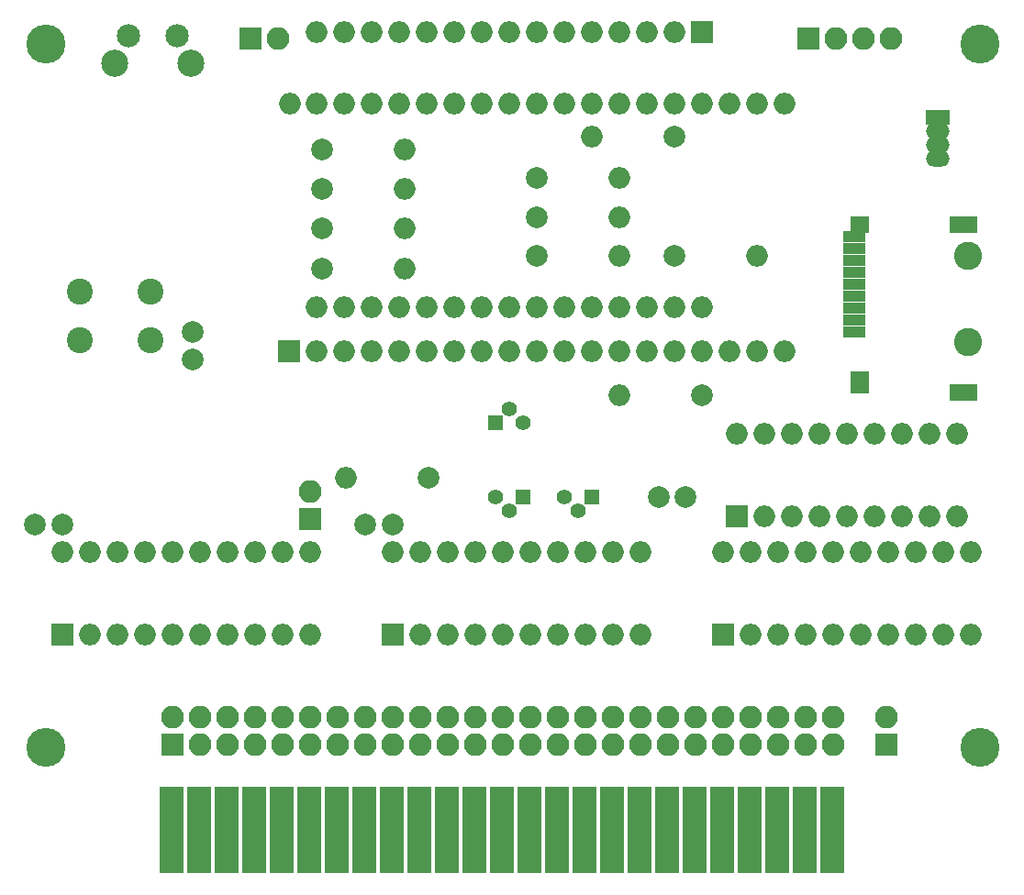
<source format=gbr>
G04 #@! TF.GenerationSoftware,KiCad,Pcbnew,(5.1.5)-3*
G04 #@! TF.CreationDate,2021-08-30T09:07:39+12:00*
G04 #@! TF.ProjectId,TRSIO,54525349-4f2e-46b6-9963-61645f706362,rev?*
G04 #@! TF.SameCoordinates,Original*
G04 #@! TF.FileFunction,Soldermask,Bot*
G04 #@! TF.FilePolarity,Negative*
%FSLAX46Y46*%
G04 Gerber Fmt 4.6, Leading zero omitted, Abs format (unit mm)*
G04 Created by KiCad (PCBNEW (5.1.5)-3) date 2021-08-30 09:07:39*
%MOMM*%
%LPD*%
G04 APERTURE LIST*
%ADD10C,2.600000*%
%ADD11C,3.600000*%
%ADD12R,2.000000X2.000000*%
%ADD13O,2.000000X2.000000*%
%ADD14C,2.000000*%
%ADD15R,2.200000X1.470000*%
%ADD16O,2.200000X1.470000*%
%ADD17C,1.400000*%
%ADD18R,1.400000X1.400000*%
%ADD19C,2.400000*%
%ADD20R,2.100000X2.100000*%
%ADD21O,2.100000X2.100000*%
%ADD22C,2.500000*%
%ADD23C,2.150000*%
%ADD24R,2.178000X8.020000*%
%ADD25R,2.000000X1.100000*%
%ADD26R,1.800000X2.000000*%
%ADD27R,2.600000X1.600000*%
%ADD28R,1.800000X1.600000*%
G04 APERTURE END LIST*
D10*
X214376000Y-100012500D03*
X214376000Y-92075000D03*
D11*
X215519000Y-137414000D03*
X129286000Y-137414000D03*
X215519000Y-72517000D03*
X129286000Y-72517000D03*
D12*
X189865000Y-71374000D03*
D13*
X187325000Y-71374000D03*
X184785000Y-71374000D03*
X182245000Y-71374000D03*
X179705000Y-71374000D03*
X177165000Y-71374000D03*
X154305000Y-96774000D03*
X174625000Y-71374000D03*
X156845000Y-96774000D03*
X172085000Y-71374000D03*
X159385000Y-96774000D03*
X169545000Y-71374000D03*
X161925000Y-96774000D03*
X167005000Y-71374000D03*
X164465000Y-96774000D03*
X164465000Y-71374000D03*
X167005000Y-96774000D03*
X161925000Y-71374000D03*
X169545000Y-96774000D03*
X159385000Y-71374000D03*
X172085000Y-96774000D03*
X156845000Y-71374000D03*
X174625000Y-96774000D03*
X154305000Y-71374000D03*
X177165000Y-96774000D03*
X179705000Y-96774000D03*
X182245000Y-96774000D03*
X184785000Y-96774000D03*
X187325000Y-96774000D03*
X189865000Y-96774000D03*
D14*
X130810000Y-116840000D03*
X128310000Y-116840000D03*
X161290000Y-116840000D03*
X158790000Y-116840000D03*
X188341000Y-114300000D03*
X185841000Y-114300000D03*
X142875000Y-101600000D03*
X142875000Y-99100000D03*
D15*
X211582000Y-79311500D03*
D16*
X211582000Y-80581500D03*
X211582000Y-81851500D03*
X211582000Y-83121500D03*
D17*
X172085000Y-106172000D03*
X173355000Y-107442000D03*
D18*
X170815000Y-107442000D03*
D17*
X172085000Y-115570000D03*
X170815000Y-114300000D03*
D18*
X173355000Y-114300000D03*
D17*
X178435000Y-115570000D03*
X177165000Y-114300000D03*
D18*
X179705000Y-114300000D03*
D14*
X174625000Y-84899500D03*
D13*
X182245000Y-84899500D03*
D14*
X174625000Y-88519000D03*
D13*
X182245000Y-88519000D03*
D14*
X174625000Y-92075000D03*
D13*
X182245000Y-92075000D03*
D19*
X132461000Y-99877000D03*
X132461000Y-95377000D03*
X138961000Y-99877000D03*
X138961000Y-95377000D03*
D12*
X191770000Y-127000000D03*
D13*
X214630000Y-119380000D03*
X194310000Y-127000000D03*
X212090000Y-119380000D03*
X196850000Y-127000000D03*
X209550000Y-119380000D03*
X199390000Y-127000000D03*
X207010000Y-119380000D03*
X201930000Y-127000000D03*
X204470000Y-119380000D03*
X204470000Y-127000000D03*
X201930000Y-119380000D03*
X207010000Y-127000000D03*
X199390000Y-119380000D03*
X209550000Y-127000000D03*
X196850000Y-119380000D03*
X212090000Y-127000000D03*
X194310000Y-119380000D03*
X214630000Y-127000000D03*
X191770000Y-119380000D03*
D12*
X161290000Y-127000000D03*
D13*
X184150000Y-119380000D03*
X163830000Y-127000000D03*
X181610000Y-119380000D03*
X166370000Y-127000000D03*
X179070000Y-119380000D03*
X168910000Y-127000000D03*
X176530000Y-119380000D03*
X171450000Y-127000000D03*
X173990000Y-119380000D03*
X173990000Y-127000000D03*
X171450000Y-119380000D03*
X176530000Y-127000000D03*
X168910000Y-119380000D03*
X179070000Y-127000000D03*
X166370000Y-119380000D03*
X181610000Y-127000000D03*
X163830000Y-119380000D03*
X184150000Y-127000000D03*
X161290000Y-119380000D03*
D12*
X130810000Y-127000000D03*
D13*
X153670000Y-119380000D03*
X133350000Y-127000000D03*
X151130000Y-119380000D03*
X135890000Y-127000000D03*
X148590000Y-119380000D03*
X138430000Y-127000000D03*
X146050000Y-119380000D03*
X140970000Y-127000000D03*
X143510000Y-119380000D03*
X143510000Y-127000000D03*
X140970000Y-119380000D03*
X146050000Y-127000000D03*
X138430000Y-119380000D03*
X148590000Y-127000000D03*
X135890000Y-119380000D03*
X151130000Y-127000000D03*
X133350000Y-119380000D03*
X153670000Y-127000000D03*
X130810000Y-119380000D03*
D20*
X140970000Y-137160000D03*
D21*
X140970000Y-134620000D03*
X143510000Y-137160000D03*
X143510000Y-134620000D03*
X146050000Y-137160000D03*
X146050000Y-134620000D03*
X148590000Y-137160000D03*
X148590000Y-134620000D03*
X151130000Y-137160000D03*
X151130000Y-134620000D03*
X153670000Y-137160000D03*
X153670000Y-134620000D03*
X156210000Y-137160000D03*
X156210000Y-134620000D03*
X158750000Y-137160000D03*
X158750000Y-134620000D03*
X161290000Y-137160000D03*
X161290000Y-134620000D03*
X163830000Y-137160000D03*
X163830000Y-134620000D03*
X166370000Y-137160000D03*
X166370000Y-134620000D03*
X168910000Y-137160000D03*
X168910000Y-134620000D03*
X171450000Y-137160000D03*
X171450000Y-134620000D03*
X173990000Y-137160000D03*
X173990000Y-134620000D03*
X176530000Y-137160000D03*
X176530000Y-134620000D03*
X179070000Y-137160000D03*
X179070000Y-134620000D03*
X181610000Y-137160000D03*
X181610000Y-134620000D03*
X184150000Y-137160000D03*
X184150000Y-134620000D03*
X186690000Y-137160000D03*
X186690000Y-134620000D03*
X189230000Y-137160000D03*
X189230000Y-134620000D03*
X191770000Y-137160000D03*
X191770000Y-134620000D03*
X194310000Y-137160000D03*
X194310000Y-134620000D03*
X196850000Y-137160000D03*
X196850000Y-134620000D03*
X199390000Y-137160000D03*
X199390000Y-134620000D03*
X201930000Y-137160000D03*
X201930000Y-134620000D03*
D12*
X151765000Y-100838000D03*
D13*
X154305000Y-100838000D03*
X197485000Y-77978000D03*
X156845000Y-100838000D03*
X194945000Y-77978000D03*
X159385000Y-100838000D03*
X192405000Y-77978000D03*
X161925000Y-100838000D03*
X189865000Y-77978000D03*
X164465000Y-100838000D03*
X187325000Y-77978000D03*
X167005000Y-100838000D03*
X184785000Y-77978000D03*
X169545000Y-100838000D03*
X182245000Y-77978000D03*
X172085000Y-100838000D03*
X179705000Y-77978000D03*
X174625000Y-100838000D03*
X177165000Y-77978000D03*
X177165000Y-100838000D03*
X174625000Y-77978000D03*
X179705000Y-100838000D03*
X172085000Y-77978000D03*
X182245000Y-100838000D03*
X169545000Y-77978000D03*
X184785000Y-100838000D03*
X167005000Y-77978000D03*
X187325000Y-100838000D03*
X164465000Y-77978000D03*
X189865000Y-100838000D03*
X161925000Y-77978000D03*
X192405000Y-100838000D03*
X159385000Y-77978000D03*
X194945000Y-100838000D03*
X156845000Y-77978000D03*
X197485000Y-100838000D03*
X154305000Y-77978000D03*
X151828500Y-77978000D03*
D20*
X206883000Y-137160000D03*
D21*
X206883000Y-134620000D03*
D20*
X148209000Y-72009000D03*
D21*
X150749000Y-72009000D03*
D20*
X199644000Y-72009000D03*
D21*
X202184000Y-72009000D03*
X204724000Y-72009000D03*
X207264000Y-72009000D03*
D22*
X142666000Y-74245000D03*
D23*
X141406000Y-71755000D03*
X136906000Y-71755000D03*
D22*
X135656000Y-74245000D03*
D20*
X153670000Y-116332000D03*
D21*
X153670000Y-113792000D03*
D14*
X164592000Y-112522000D03*
D13*
X156972000Y-112522000D03*
D24*
X201866500Y-145097500D03*
X199326500Y-145097500D03*
X196786500Y-145097500D03*
X194246500Y-145097500D03*
X191706500Y-145097500D03*
X189166500Y-145097500D03*
X186626500Y-145097500D03*
X184086500Y-145097500D03*
X181546500Y-145097500D03*
X179006500Y-145097500D03*
X176466500Y-145097500D03*
X173926500Y-145097500D03*
X171386500Y-145097500D03*
X168846500Y-145097500D03*
X166306500Y-145097500D03*
X163766500Y-145097500D03*
X161226500Y-145097500D03*
X158686500Y-145097500D03*
X156146500Y-145097500D03*
X153606500Y-145097500D03*
X151066500Y-145097500D03*
X148526500Y-145097500D03*
X145986500Y-145097500D03*
X143446500Y-145097500D03*
X140906500Y-145097500D03*
D25*
X203876000Y-99101000D03*
X203876000Y-98001000D03*
X203876000Y-96901000D03*
X203876000Y-95801000D03*
X203876000Y-94701000D03*
X203876000Y-93601000D03*
X203876000Y-92501000D03*
X203876000Y-91401000D03*
X203876000Y-90301000D03*
D26*
X204376000Y-103751000D03*
D27*
X213976000Y-104651000D03*
X213976000Y-89151000D03*
D28*
X204376000Y-89151000D03*
D14*
X189801500Y-104965500D03*
D13*
X182181500Y-104965500D03*
X162433000Y-89535000D03*
D14*
X154813000Y-89535000D03*
X154813000Y-93218000D03*
D13*
X162433000Y-93218000D03*
X194945000Y-92075000D03*
D14*
X187325000Y-92075000D03*
X154813000Y-85852000D03*
D13*
X162433000Y-85852000D03*
X162433000Y-82232500D03*
D14*
X154813000Y-82232500D03*
D13*
X193040000Y-108521500D03*
X213360000Y-116141500D03*
X195580000Y-108521500D03*
X210820000Y-116141500D03*
X198120000Y-108521500D03*
X208280000Y-116141500D03*
X200660000Y-108521500D03*
X205740000Y-116141500D03*
X203200000Y-108521500D03*
X203200000Y-116141500D03*
X205740000Y-108521500D03*
X200660000Y-116141500D03*
X208280000Y-108521500D03*
X198120000Y-116141500D03*
X210820000Y-108521500D03*
X195580000Y-116141500D03*
X213360000Y-108521500D03*
D12*
X193040000Y-116141500D03*
D13*
X179705000Y-81089500D03*
D14*
X187325000Y-81089500D03*
M02*

</source>
